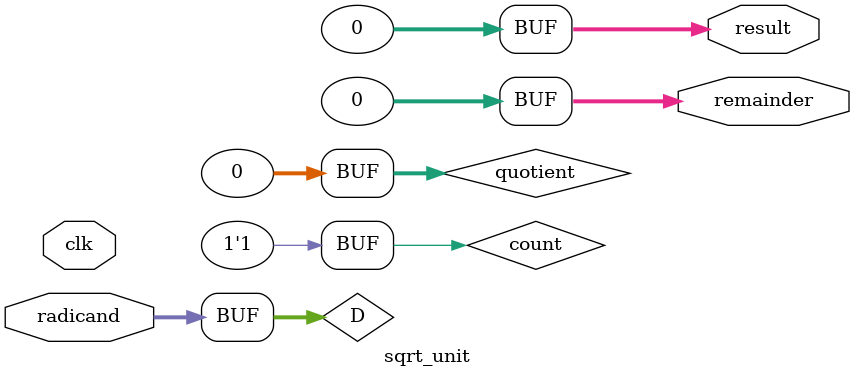
<source format=v>
`timescale 1ns / 1ps


module sqrt_unit(
    input [31:0] radicand,
    input clk,
    output [31:0] result, output reg [31:0] remainder
    );
    reg [31:0] quotient, D;
    reg count;
    // Prepare registers
    always @(*) begin
        remainder = 31'b0;
        quotient = 31'b0;
        D = radicand;
        count = 15;  
    end
    //
    always @(posedge clk) begin
        if (count >= 0) begin
            remainder = (remainder << 2)|((D >> (count+1)) &3 );
            quotient = quotient << 2;
            if(remainder >= 0) remainder = remainder -(quotient|1);
            else remainder = remainder +(quotient|3);
            
            quotient = (quotient <<1);
            if(remainder >= 0) quotient = (quotient |1);
            else begin
                quotient = (quotient |0);
                remainder = remainder + ((quotient)|1);
            end
            if(remainder >= 0) remainder = remainder -((quotient <<2)|1);
            else remainder = remainder +((quotient <<2)|3);

            count = count - 1;
        end
    end
    assign result = quotient;
    
endmodule

</source>
